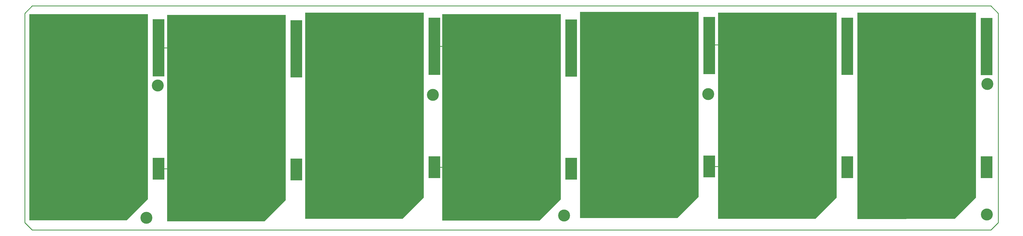
<source format=gtl>
G04 Layer_Physical_Order=1*
G04 Layer_Color=255*
%FSLAX42Y42*%
%MOMM*%
G71*
G01*
G75*
%ADD10C,1.52*%
%ADD11C,0.25*%
%ADD12R,4.00X19.16*%
%ADD13R,4.00X7.26*%
%ADD14C,1.50*%
%ADD15C,4.00*%
G36*
X4124Y1037D02*
X4126Y1036D01*
X3415Y325D01*
X3414D01*
X156Y325D01*
Y7227D01*
X4124D01*
Y1037D01*
D02*
G37*
G36*
X17948Y1032D02*
X17949Y1031D01*
X17238Y320D01*
X17238D01*
X13980Y320D01*
Y7222D01*
X17948D01*
Y1032D01*
D02*
G37*
G36*
X8740Y1007D02*
X8742Y1005D01*
X8031Y294D01*
X8030D01*
X4772Y294D01*
Y7197D01*
X8740D01*
Y1007D01*
D02*
G37*
G36*
X31854Y1083D02*
X31856Y1082D01*
X31145Y371D01*
X31144D01*
X27886Y370D01*
Y7273D01*
X31854D01*
Y1083D01*
D02*
G37*
G36*
X22565Y1113D02*
X22566Y1112D01*
X21855Y401D01*
X21855D01*
X18597Y401D01*
Y7303D01*
X22565D01*
Y1113D01*
D02*
G37*
G36*
X13362Y1089D02*
X13363Y1087D01*
X12652Y376D01*
X12652D01*
X9394Y376D01*
Y7278D01*
X13362D01*
Y1089D01*
D02*
G37*
G36*
X27188Y1088D02*
X27189Y1086D01*
X26478Y375D01*
X26477D01*
X23219Y375D01*
Y7278D01*
X27188D01*
Y1088D01*
D02*
G37*
D10*
X2081Y3734D02*
D03*
X6697Y3703D02*
D03*
X29811Y3780D02*
D03*
X25144Y3785D02*
D03*
X20522Y3810D02*
D03*
X15905Y3729D02*
D03*
X11319Y3785D02*
D03*
D11*
X0Y250D02*
Y7250D01*
X250Y7500D02*
X32350D01*
X32600Y250D02*
Y7250D01*
X250Y0D02*
X32350D01*
X4477Y6095D02*
X5179D01*
X6697Y4577D01*
X4477Y2053D02*
X5235D01*
X6697Y3516D01*
Y3703D01*
Y4577D01*
X13714Y6147D02*
X14400D01*
X15905Y4642D01*
Y3729D02*
Y4642D01*
X13714Y2105D02*
X14708D01*
X15905Y3301D01*
Y3729D01*
X22917Y6171D02*
X22944Y6198D01*
X23506D01*
Y5423D02*
Y6198D01*
Y5423D02*
X25144Y3785D01*
X22917Y2129D02*
X23565D01*
X25144Y3708D01*
Y3785D01*
X0Y7250D02*
X250Y7500D01*
X0Y250D02*
X250Y0D01*
X32350D02*
X32600Y250D01*
X32350Y7500D02*
X32600Y7250D01*
D12*
X4477Y6095D02*
D03*
X9093Y6065D02*
D03*
X32207Y6141D02*
D03*
X27540Y6146D02*
D03*
X22917Y6171D02*
D03*
X18301Y6090D02*
D03*
X13714Y6147D02*
D03*
D13*
X4477Y2053D02*
D03*
X9093Y2023D02*
D03*
X32207Y2099D02*
D03*
X27540Y2104D02*
D03*
X22917Y2129D02*
D03*
X18301Y2048D02*
D03*
X13714Y2105D02*
D03*
D14*
X28154Y4280D02*
D03*
X19277Y3619D02*
D03*
X3656Y4267D02*
D03*
X9917Y2959D02*
D03*
D15*
X32220Y521D02*
D03*
X4077Y406D02*
D03*
X4458Y4839D02*
D03*
X18059Y483D02*
D03*
X13665Y4521D02*
D03*
X22885Y4547D02*
D03*
X32233Y4890D02*
D03*
M02*

</source>
